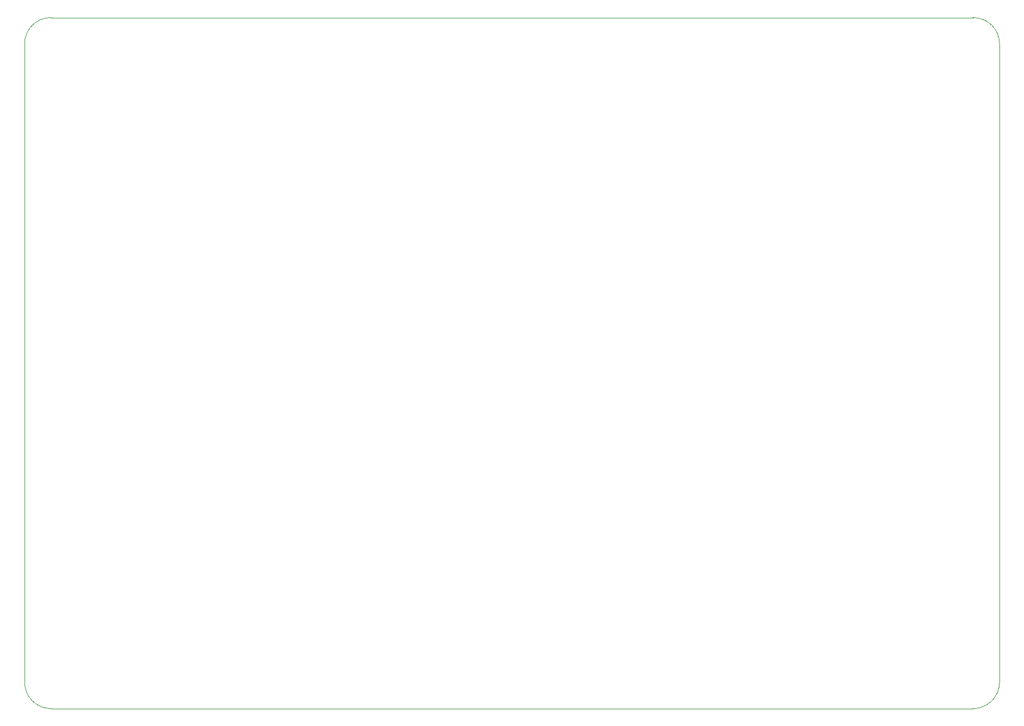
<source format=gbr>
%TF.GenerationSoftware,KiCad,Pcbnew,8.0.2*%
%TF.CreationDate,2024-06-17T23:47:08+07:00*%
%TF.ProjectId,Diode_AD_DC_Converter,44696f64-655f-4414-945f-44435f436f6e,rev?*%
%TF.SameCoordinates,Original*%
%TF.FileFunction,Profile,NP*%
%FSLAX46Y46*%
G04 Gerber Fmt 4.6, Leading zero omitted, Abs format (unit mm)*
G04 Created by KiCad (PCBNEW 8.0.2) date 2024-06-17 23:47:08*
%MOMM*%
%LPD*%
G01*
G04 APERTURE LIST*
%TA.AperFunction,Profile*%
%ADD10C,0.050000*%
%TD*%
G04 APERTURE END LIST*
D10*
X208500000Y-37750000D02*
X208500000Y-134750000D01*
X204500000Y-138750000D02*
X64500000Y-138750000D01*
X60500000Y-134750000D02*
X60500000Y-37750000D01*
X64500000Y-33750000D02*
X204500000Y-33750000D01*
X204500000Y-33750000D02*
G75*
G02*
X208500000Y-37750000I0J-4000000D01*
G01*
X60492196Y-37750000D02*
G75*
G02*
X64500000Y-33742196I4007804J0D01*
G01*
X208500000Y-134750000D02*
G75*
G02*
X204500000Y-138750000I-4000000J0D01*
G01*
X64500000Y-138750000D02*
G75*
G02*
X60500000Y-134750000I0J4000000D01*
G01*
M02*

</source>
